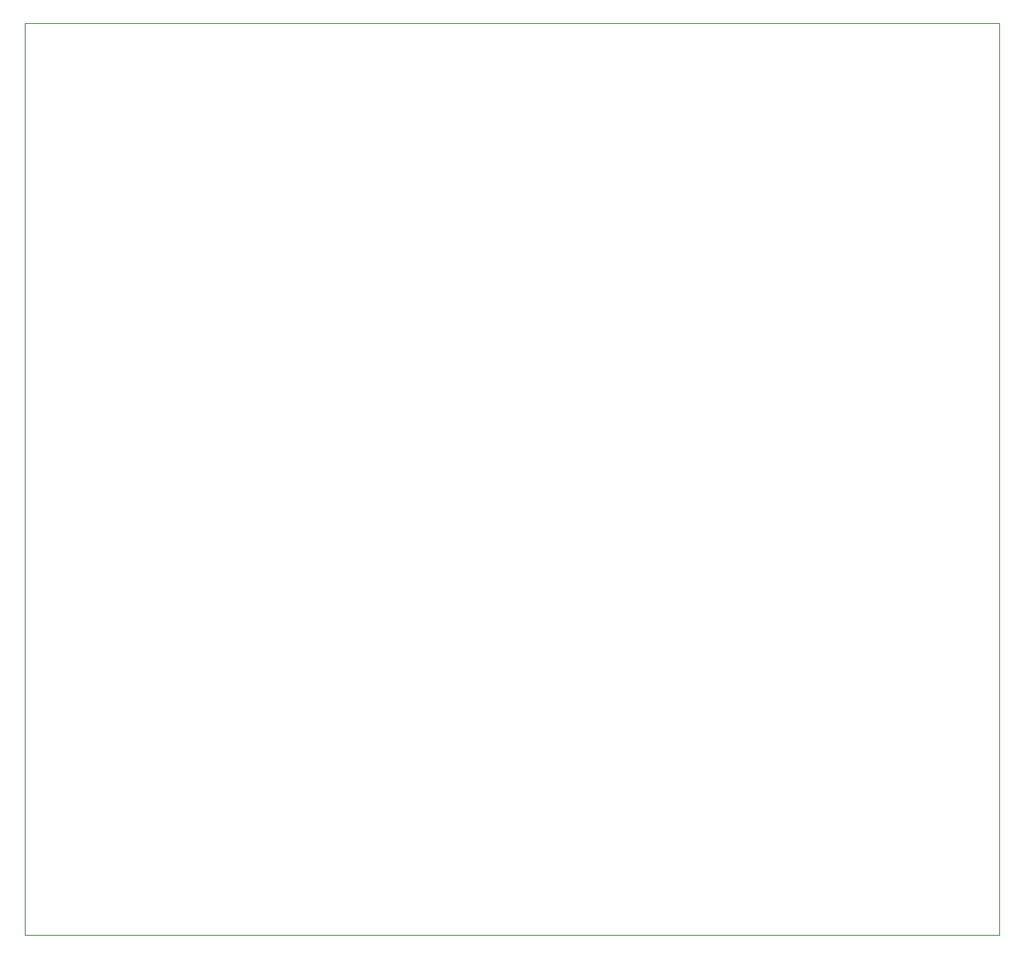
<source format=gbr>
G04 #@! TF.GenerationSoftware,KiCad,Pcbnew,5.1.5-52549c5~84~ubuntu18.04.1*
G04 #@! TF.CreationDate,2019-12-12T20:34:07+01:00*
G04 #@! TF.ProjectId,Sustainer,53757374-6169-46e6-9572-2e6b69636164,rev?*
G04 #@! TF.SameCoordinates,Original*
G04 #@! TF.FileFunction,Profile,NP*
%FSLAX46Y46*%
G04 Gerber Fmt 4.6, Leading zero omitted, Abs format (unit mm)*
G04 Created by KiCad (PCBNEW 5.1.5-52549c5~84~ubuntu18.04.1) date 2019-12-12 20:34:07*
%MOMM*%
%LPD*%
G04 APERTURE LIST*
%ADD10C,0.050000*%
G04 APERTURE END LIST*
D10*
X80391000Y-151892000D02*
X80391000Y-58293000D01*
X180340000Y-151892000D02*
X80391000Y-151892000D01*
X180340000Y-58293000D02*
X180340000Y-151892000D01*
X80391000Y-58293000D02*
X180340000Y-58293000D01*
M02*

</source>
